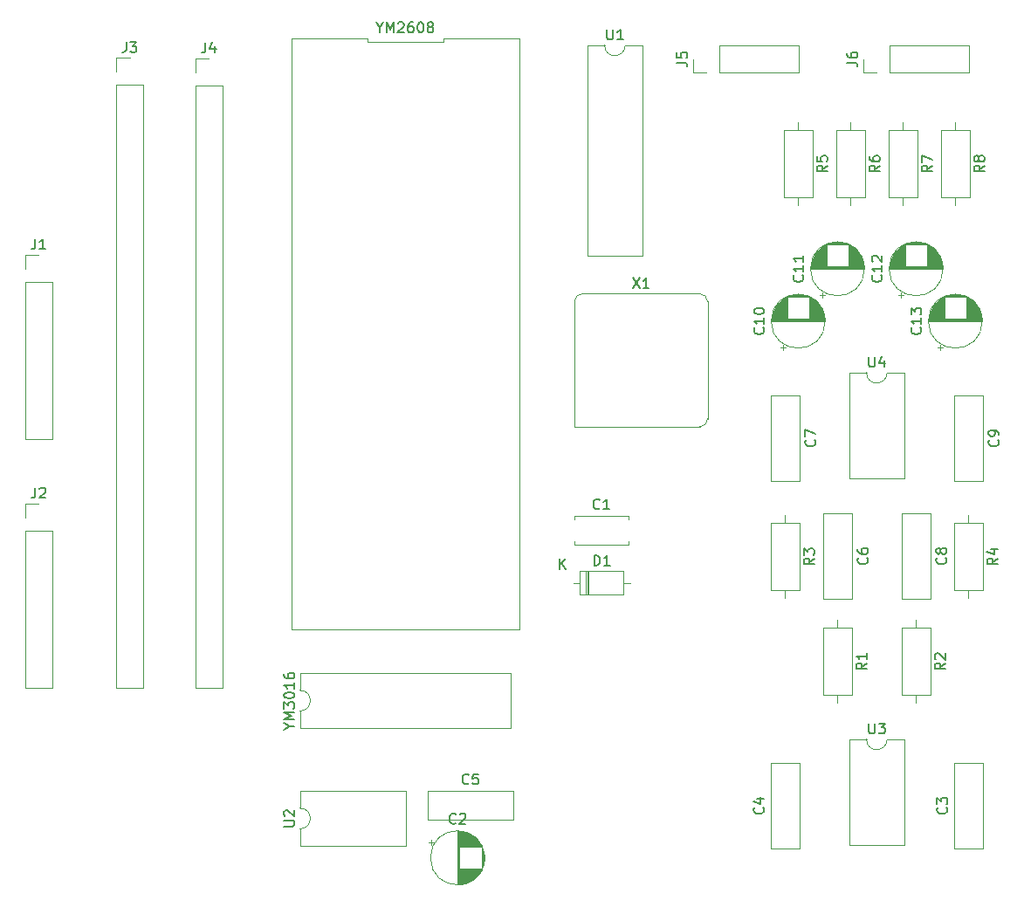
<source format=gbr>
%TF.GenerationSoftware,KiCad,Pcbnew,(5.1.6)-1*%
%TF.CreationDate,2020-10-04T22:05:10+02:00*%
%TF.ProjectId,Nes Sound Expansion,4e657320-536f-4756-9e64-20457870616e,rev?*%
%TF.SameCoordinates,Original*%
%TF.FileFunction,Legend,Top*%
%TF.FilePolarity,Positive*%
%FSLAX46Y46*%
G04 Gerber Fmt 4.6, Leading zero omitted, Abs format (unit mm)*
G04 Created by KiCad (PCBNEW (5.1.6)-1) date 2020-10-04 22:05:10*
%MOMM*%
%LPD*%
G01*
G04 APERTURE LIST*
%ADD10C,0.120000*%
%ADD11C,0.150000*%
G04 APERTURE END LIST*
D10*
%TO.C,C10*%
X177345000Y-69884775D02*
X177845000Y-69884775D01*
X177595000Y-70134775D02*
X177595000Y-69634775D01*
X178786000Y-64729000D02*
X179354000Y-64729000D01*
X178552000Y-64769000D02*
X179588000Y-64769000D01*
X178393000Y-64809000D02*
X179747000Y-64809000D01*
X178265000Y-64849000D02*
X179875000Y-64849000D01*
X178155000Y-64889000D02*
X179985000Y-64889000D01*
X178059000Y-64929000D02*
X180081000Y-64929000D01*
X177972000Y-64969000D02*
X180168000Y-64969000D01*
X177892000Y-65009000D02*
X180248000Y-65009000D01*
X180110000Y-65049000D02*
X180321000Y-65049000D01*
X177819000Y-65049000D02*
X178030000Y-65049000D01*
X180110000Y-65089000D02*
X180389000Y-65089000D01*
X177751000Y-65089000D02*
X178030000Y-65089000D01*
X180110000Y-65129000D02*
X180453000Y-65129000D01*
X177687000Y-65129000D02*
X178030000Y-65129000D01*
X180110000Y-65169000D02*
X180513000Y-65169000D01*
X177627000Y-65169000D02*
X178030000Y-65169000D01*
X180110000Y-65209000D02*
X180570000Y-65209000D01*
X177570000Y-65209000D02*
X178030000Y-65209000D01*
X180110000Y-65249000D02*
X180624000Y-65249000D01*
X177516000Y-65249000D02*
X178030000Y-65249000D01*
X180110000Y-65289000D02*
X180675000Y-65289000D01*
X177465000Y-65289000D02*
X178030000Y-65289000D01*
X180110000Y-65329000D02*
X180723000Y-65329000D01*
X177417000Y-65329000D02*
X178030000Y-65329000D01*
X180110000Y-65369000D02*
X180769000Y-65369000D01*
X177371000Y-65369000D02*
X178030000Y-65369000D01*
X180110000Y-65409000D02*
X180813000Y-65409000D01*
X177327000Y-65409000D02*
X178030000Y-65409000D01*
X180110000Y-65449000D02*
X180855000Y-65449000D01*
X177285000Y-65449000D02*
X178030000Y-65449000D01*
X180110000Y-65489000D02*
X180896000Y-65489000D01*
X177244000Y-65489000D02*
X178030000Y-65489000D01*
X180110000Y-65529000D02*
X180934000Y-65529000D01*
X177206000Y-65529000D02*
X178030000Y-65529000D01*
X180110000Y-65569000D02*
X180971000Y-65569000D01*
X177169000Y-65569000D02*
X178030000Y-65569000D01*
X180110000Y-65609000D02*
X181007000Y-65609000D01*
X177133000Y-65609000D02*
X178030000Y-65609000D01*
X180110000Y-65649000D02*
X181041000Y-65649000D01*
X177099000Y-65649000D02*
X178030000Y-65649000D01*
X180110000Y-65689000D02*
X181074000Y-65689000D01*
X177066000Y-65689000D02*
X178030000Y-65689000D01*
X180110000Y-65729000D02*
X181105000Y-65729000D01*
X177035000Y-65729000D02*
X178030000Y-65729000D01*
X180110000Y-65769000D02*
X181135000Y-65769000D01*
X177005000Y-65769000D02*
X178030000Y-65769000D01*
X180110000Y-65809000D02*
X181165000Y-65809000D01*
X176975000Y-65809000D02*
X178030000Y-65809000D01*
X180110000Y-65849000D02*
X181192000Y-65849000D01*
X176948000Y-65849000D02*
X178030000Y-65849000D01*
X180110000Y-65889000D02*
X181219000Y-65889000D01*
X176921000Y-65889000D02*
X178030000Y-65889000D01*
X180110000Y-65929000D02*
X181245000Y-65929000D01*
X176895000Y-65929000D02*
X178030000Y-65929000D01*
X180110000Y-65969000D02*
X181270000Y-65969000D01*
X176870000Y-65969000D02*
X178030000Y-65969000D01*
X180110000Y-66009000D02*
X181294000Y-66009000D01*
X176846000Y-66009000D02*
X178030000Y-66009000D01*
X180110000Y-66049000D02*
X181317000Y-66049000D01*
X176823000Y-66049000D02*
X178030000Y-66049000D01*
X180110000Y-66089000D02*
X181338000Y-66089000D01*
X176802000Y-66089000D02*
X178030000Y-66089000D01*
X180110000Y-66129000D02*
X181360000Y-66129000D01*
X176780000Y-66129000D02*
X178030000Y-66129000D01*
X180110000Y-66169000D02*
X181380000Y-66169000D01*
X176760000Y-66169000D02*
X178030000Y-66169000D01*
X180110000Y-66209000D02*
X181399000Y-66209000D01*
X176741000Y-66209000D02*
X178030000Y-66209000D01*
X180110000Y-66249000D02*
X181418000Y-66249000D01*
X176722000Y-66249000D02*
X178030000Y-66249000D01*
X180110000Y-66289000D02*
X181435000Y-66289000D01*
X176705000Y-66289000D02*
X178030000Y-66289000D01*
X180110000Y-66329000D02*
X181452000Y-66329000D01*
X176688000Y-66329000D02*
X178030000Y-66329000D01*
X180110000Y-66369000D02*
X181468000Y-66369000D01*
X176672000Y-66369000D02*
X178030000Y-66369000D01*
X180110000Y-66409000D02*
X181484000Y-66409000D01*
X176656000Y-66409000D02*
X178030000Y-66409000D01*
X180110000Y-66449000D02*
X181498000Y-66449000D01*
X176642000Y-66449000D02*
X178030000Y-66449000D01*
X180110000Y-66489000D02*
X181512000Y-66489000D01*
X176628000Y-66489000D02*
X178030000Y-66489000D01*
X180110000Y-66529000D02*
X181525000Y-66529000D01*
X176615000Y-66529000D02*
X178030000Y-66529000D01*
X180110000Y-66569000D02*
X181538000Y-66569000D01*
X176602000Y-66569000D02*
X178030000Y-66569000D01*
X180110000Y-66609000D02*
X181550000Y-66609000D01*
X176590000Y-66609000D02*
X178030000Y-66609000D01*
X180110000Y-66650000D02*
X181561000Y-66650000D01*
X176579000Y-66650000D02*
X178030000Y-66650000D01*
X180110000Y-66690000D02*
X181571000Y-66690000D01*
X176569000Y-66690000D02*
X178030000Y-66690000D01*
X180110000Y-66730000D02*
X181581000Y-66730000D01*
X176559000Y-66730000D02*
X178030000Y-66730000D01*
X180110000Y-66770000D02*
X181590000Y-66770000D01*
X176550000Y-66770000D02*
X178030000Y-66770000D01*
X180110000Y-66810000D02*
X181598000Y-66810000D01*
X176542000Y-66810000D02*
X178030000Y-66810000D01*
X180110000Y-66850000D02*
X181606000Y-66850000D01*
X176534000Y-66850000D02*
X178030000Y-66850000D01*
X180110000Y-66890000D02*
X181613000Y-66890000D01*
X176527000Y-66890000D02*
X178030000Y-66890000D01*
X180110000Y-66930000D02*
X181620000Y-66930000D01*
X176520000Y-66930000D02*
X178030000Y-66930000D01*
X180110000Y-66970000D02*
X181626000Y-66970000D01*
X176514000Y-66970000D02*
X178030000Y-66970000D01*
X180110000Y-67010000D02*
X181631000Y-67010000D01*
X176509000Y-67010000D02*
X178030000Y-67010000D01*
X180110000Y-67050000D02*
X181635000Y-67050000D01*
X176505000Y-67050000D02*
X178030000Y-67050000D01*
X180110000Y-67090000D02*
X181639000Y-67090000D01*
X176501000Y-67090000D02*
X178030000Y-67090000D01*
X176497000Y-67130000D02*
X181643000Y-67130000D01*
X176494000Y-67170000D02*
X181646000Y-67170000D01*
X176492000Y-67210000D02*
X181648000Y-67210000D01*
X176491000Y-67250000D02*
X181649000Y-67250000D01*
X176490000Y-67290000D02*
X181650000Y-67290000D01*
X176490000Y-67330000D02*
X181650000Y-67330000D01*
X181690000Y-67330000D02*
G75*
G03*
X181690000Y-67330000I-2620000J0D01*
G01*
%TO.C,C13*%
X192585000Y-69884775D02*
X193085000Y-69884775D01*
X192835000Y-70134775D02*
X192835000Y-69634775D01*
X194026000Y-64729000D02*
X194594000Y-64729000D01*
X193792000Y-64769000D02*
X194828000Y-64769000D01*
X193633000Y-64809000D02*
X194987000Y-64809000D01*
X193505000Y-64849000D02*
X195115000Y-64849000D01*
X193395000Y-64889000D02*
X195225000Y-64889000D01*
X193299000Y-64929000D02*
X195321000Y-64929000D01*
X193212000Y-64969000D02*
X195408000Y-64969000D01*
X193132000Y-65009000D02*
X195488000Y-65009000D01*
X195350000Y-65049000D02*
X195561000Y-65049000D01*
X193059000Y-65049000D02*
X193270000Y-65049000D01*
X195350000Y-65089000D02*
X195629000Y-65089000D01*
X192991000Y-65089000D02*
X193270000Y-65089000D01*
X195350000Y-65129000D02*
X195693000Y-65129000D01*
X192927000Y-65129000D02*
X193270000Y-65129000D01*
X195350000Y-65169000D02*
X195753000Y-65169000D01*
X192867000Y-65169000D02*
X193270000Y-65169000D01*
X195350000Y-65209000D02*
X195810000Y-65209000D01*
X192810000Y-65209000D02*
X193270000Y-65209000D01*
X195350000Y-65249000D02*
X195864000Y-65249000D01*
X192756000Y-65249000D02*
X193270000Y-65249000D01*
X195350000Y-65289000D02*
X195915000Y-65289000D01*
X192705000Y-65289000D02*
X193270000Y-65289000D01*
X195350000Y-65329000D02*
X195963000Y-65329000D01*
X192657000Y-65329000D02*
X193270000Y-65329000D01*
X195350000Y-65369000D02*
X196009000Y-65369000D01*
X192611000Y-65369000D02*
X193270000Y-65369000D01*
X195350000Y-65409000D02*
X196053000Y-65409000D01*
X192567000Y-65409000D02*
X193270000Y-65409000D01*
X195350000Y-65449000D02*
X196095000Y-65449000D01*
X192525000Y-65449000D02*
X193270000Y-65449000D01*
X195350000Y-65489000D02*
X196136000Y-65489000D01*
X192484000Y-65489000D02*
X193270000Y-65489000D01*
X195350000Y-65529000D02*
X196174000Y-65529000D01*
X192446000Y-65529000D02*
X193270000Y-65529000D01*
X195350000Y-65569000D02*
X196211000Y-65569000D01*
X192409000Y-65569000D02*
X193270000Y-65569000D01*
X195350000Y-65609000D02*
X196247000Y-65609000D01*
X192373000Y-65609000D02*
X193270000Y-65609000D01*
X195350000Y-65649000D02*
X196281000Y-65649000D01*
X192339000Y-65649000D02*
X193270000Y-65649000D01*
X195350000Y-65689000D02*
X196314000Y-65689000D01*
X192306000Y-65689000D02*
X193270000Y-65689000D01*
X195350000Y-65729000D02*
X196345000Y-65729000D01*
X192275000Y-65729000D02*
X193270000Y-65729000D01*
X195350000Y-65769000D02*
X196375000Y-65769000D01*
X192245000Y-65769000D02*
X193270000Y-65769000D01*
X195350000Y-65809000D02*
X196405000Y-65809000D01*
X192215000Y-65809000D02*
X193270000Y-65809000D01*
X195350000Y-65849000D02*
X196432000Y-65849000D01*
X192188000Y-65849000D02*
X193270000Y-65849000D01*
X195350000Y-65889000D02*
X196459000Y-65889000D01*
X192161000Y-65889000D02*
X193270000Y-65889000D01*
X195350000Y-65929000D02*
X196485000Y-65929000D01*
X192135000Y-65929000D02*
X193270000Y-65929000D01*
X195350000Y-65969000D02*
X196510000Y-65969000D01*
X192110000Y-65969000D02*
X193270000Y-65969000D01*
X195350000Y-66009000D02*
X196534000Y-66009000D01*
X192086000Y-66009000D02*
X193270000Y-66009000D01*
X195350000Y-66049000D02*
X196557000Y-66049000D01*
X192063000Y-66049000D02*
X193270000Y-66049000D01*
X195350000Y-66089000D02*
X196578000Y-66089000D01*
X192042000Y-66089000D02*
X193270000Y-66089000D01*
X195350000Y-66129000D02*
X196600000Y-66129000D01*
X192020000Y-66129000D02*
X193270000Y-66129000D01*
X195350000Y-66169000D02*
X196620000Y-66169000D01*
X192000000Y-66169000D02*
X193270000Y-66169000D01*
X195350000Y-66209000D02*
X196639000Y-66209000D01*
X191981000Y-66209000D02*
X193270000Y-66209000D01*
X195350000Y-66249000D02*
X196658000Y-66249000D01*
X191962000Y-66249000D02*
X193270000Y-66249000D01*
X195350000Y-66289000D02*
X196675000Y-66289000D01*
X191945000Y-66289000D02*
X193270000Y-66289000D01*
X195350000Y-66329000D02*
X196692000Y-66329000D01*
X191928000Y-66329000D02*
X193270000Y-66329000D01*
X195350000Y-66369000D02*
X196708000Y-66369000D01*
X191912000Y-66369000D02*
X193270000Y-66369000D01*
X195350000Y-66409000D02*
X196724000Y-66409000D01*
X191896000Y-66409000D02*
X193270000Y-66409000D01*
X195350000Y-66449000D02*
X196738000Y-66449000D01*
X191882000Y-66449000D02*
X193270000Y-66449000D01*
X195350000Y-66489000D02*
X196752000Y-66489000D01*
X191868000Y-66489000D02*
X193270000Y-66489000D01*
X195350000Y-66529000D02*
X196765000Y-66529000D01*
X191855000Y-66529000D02*
X193270000Y-66529000D01*
X195350000Y-66569000D02*
X196778000Y-66569000D01*
X191842000Y-66569000D02*
X193270000Y-66569000D01*
X195350000Y-66609000D02*
X196790000Y-66609000D01*
X191830000Y-66609000D02*
X193270000Y-66609000D01*
X195350000Y-66650000D02*
X196801000Y-66650000D01*
X191819000Y-66650000D02*
X193270000Y-66650000D01*
X195350000Y-66690000D02*
X196811000Y-66690000D01*
X191809000Y-66690000D02*
X193270000Y-66690000D01*
X195350000Y-66730000D02*
X196821000Y-66730000D01*
X191799000Y-66730000D02*
X193270000Y-66730000D01*
X195350000Y-66770000D02*
X196830000Y-66770000D01*
X191790000Y-66770000D02*
X193270000Y-66770000D01*
X195350000Y-66810000D02*
X196838000Y-66810000D01*
X191782000Y-66810000D02*
X193270000Y-66810000D01*
X195350000Y-66850000D02*
X196846000Y-66850000D01*
X191774000Y-66850000D02*
X193270000Y-66850000D01*
X195350000Y-66890000D02*
X196853000Y-66890000D01*
X191767000Y-66890000D02*
X193270000Y-66890000D01*
X195350000Y-66930000D02*
X196860000Y-66930000D01*
X191760000Y-66930000D02*
X193270000Y-66930000D01*
X195350000Y-66970000D02*
X196866000Y-66970000D01*
X191754000Y-66970000D02*
X193270000Y-66970000D01*
X195350000Y-67010000D02*
X196871000Y-67010000D01*
X191749000Y-67010000D02*
X193270000Y-67010000D01*
X195350000Y-67050000D02*
X196875000Y-67050000D01*
X191745000Y-67050000D02*
X193270000Y-67050000D01*
X195350000Y-67090000D02*
X196879000Y-67090000D01*
X191741000Y-67090000D02*
X193270000Y-67090000D01*
X191737000Y-67130000D02*
X196883000Y-67130000D01*
X191734000Y-67170000D02*
X196886000Y-67170000D01*
X191732000Y-67210000D02*
X196888000Y-67210000D01*
X191731000Y-67250000D02*
X196889000Y-67250000D01*
X191730000Y-67290000D02*
X196890000Y-67290000D01*
X191730000Y-67330000D02*
X196890000Y-67330000D01*
X196930000Y-67330000D02*
G75*
G03*
X196930000Y-67330000I-2620000J0D01*
G01*
%TO.C,C12*%
X188775000Y-64804775D02*
X189275000Y-64804775D01*
X189025000Y-65054775D02*
X189025000Y-64554775D01*
X190216000Y-59649000D02*
X190784000Y-59649000D01*
X189982000Y-59689000D02*
X191018000Y-59689000D01*
X189823000Y-59729000D02*
X191177000Y-59729000D01*
X189695000Y-59769000D02*
X191305000Y-59769000D01*
X189585000Y-59809000D02*
X191415000Y-59809000D01*
X189489000Y-59849000D02*
X191511000Y-59849000D01*
X189402000Y-59889000D02*
X191598000Y-59889000D01*
X189322000Y-59929000D02*
X191678000Y-59929000D01*
X191540000Y-59969000D02*
X191751000Y-59969000D01*
X189249000Y-59969000D02*
X189460000Y-59969000D01*
X191540000Y-60009000D02*
X191819000Y-60009000D01*
X189181000Y-60009000D02*
X189460000Y-60009000D01*
X191540000Y-60049000D02*
X191883000Y-60049000D01*
X189117000Y-60049000D02*
X189460000Y-60049000D01*
X191540000Y-60089000D02*
X191943000Y-60089000D01*
X189057000Y-60089000D02*
X189460000Y-60089000D01*
X191540000Y-60129000D02*
X192000000Y-60129000D01*
X189000000Y-60129000D02*
X189460000Y-60129000D01*
X191540000Y-60169000D02*
X192054000Y-60169000D01*
X188946000Y-60169000D02*
X189460000Y-60169000D01*
X191540000Y-60209000D02*
X192105000Y-60209000D01*
X188895000Y-60209000D02*
X189460000Y-60209000D01*
X191540000Y-60249000D02*
X192153000Y-60249000D01*
X188847000Y-60249000D02*
X189460000Y-60249000D01*
X191540000Y-60289000D02*
X192199000Y-60289000D01*
X188801000Y-60289000D02*
X189460000Y-60289000D01*
X191540000Y-60329000D02*
X192243000Y-60329000D01*
X188757000Y-60329000D02*
X189460000Y-60329000D01*
X191540000Y-60369000D02*
X192285000Y-60369000D01*
X188715000Y-60369000D02*
X189460000Y-60369000D01*
X191540000Y-60409000D02*
X192326000Y-60409000D01*
X188674000Y-60409000D02*
X189460000Y-60409000D01*
X191540000Y-60449000D02*
X192364000Y-60449000D01*
X188636000Y-60449000D02*
X189460000Y-60449000D01*
X191540000Y-60489000D02*
X192401000Y-60489000D01*
X188599000Y-60489000D02*
X189460000Y-60489000D01*
X191540000Y-60529000D02*
X192437000Y-60529000D01*
X188563000Y-60529000D02*
X189460000Y-60529000D01*
X191540000Y-60569000D02*
X192471000Y-60569000D01*
X188529000Y-60569000D02*
X189460000Y-60569000D01*
X191540000Y-60609000D02*
X192504000Y-60609000D01*
X188496000Y-60609000D02*
X189460000Y-60609000D01*
X191540000Y-60649000D02*
X192535000Y-60649000D01*
X188465000Y-60649000D02*
X189460000Y-60649000D01*
X191540000Y-60689000D02*
X192565000Y-60689000D01*
X188435000Y-60689000D02*
X189460000Y-60689000D01*
X191540000Y-60729000D02*
X192595000Y-60729000D01*
X188405000Y-60729000D02*
X189460000Y-60729000D01*
X191540000Y-60769000D02*
X192622000Y-60769000D01*
X188378000Y-60769000D02*
X189460000Y-60769000D01*
X191540000Y-60809000D02*
X192649000Y-60809000D01*
X188351000Y-60809000D02*
X189460000Y-60809000D01*
X191540000Y-60849000D02*
X192675000Y-60849000D01*
X188325000Y-60849000D02*
X189460000Y-60849000D01*
X191540000Y-60889000D02*
X192700000Y-60889000D01*
X188300000Y-60889000D02*
X189460000Y-60889000D01*
X191540000Y-60929000D02*
X192724000Y-60929000D01*
X188276000Y-60929000D02*
X189460000Y-60929000D01*
X191540000Y-60969000D02*
X192747000Y-60969000D01*
X188253000Y-60969000D02*
X189460000Y-60969000D01*
X191540000Y-61009000D02*
X192768000Y-61009000D01*
X188232000Y-61009000D02*
X189460000Y-61009000D01*
X191540000Y-61049000D02*
X192790000Y-61049000D01*
X188210000Y-61049000D02*
X189460000Y-61049000D01*
X191540000Y-61089000D02*
X192810000Y-61089000D01*
X188190000Y-61089000D02*
X189460000Y-61089000D01*
X191540000Y-61129000D02*
X192829000Y-61129000D01*
X188171000Y-61129000D02*
X189460000Y-61129000D01*
X191540000Y-61169000D02*
X192848000Y-61169000D01*
X188152000Y-61169000D02*
X189460000Y-61169000D01*
X191540000Y-61209000D02*
X192865000Y-61209000D01*
X188135000Y-61209000D02*
X189460000Y-61209000D01*
X191540000Y-61249000D02*
X192882000Y-61249000D01*
X188118000Y-61249000D02*
X189460000Y-61249000D01*
X191540000Y-61289000D02*
X192898000Y-61289000D01*
X188102000Y-61289000D02*
X189460000Y-61289000D01*
X191540000Y-61329000D02*
X192914000Y-61329000D01*
X188086000Y-61329000D02*
X189460000Y-61329000D01*
X191540000Y-61369000D02*
X192928000Y-61369000D01*
X188072000Y-61369000D02*
X189460000Y-61369000D01*
X191540000Y-61409000D02*
X192942000Y-61409000D01*
X188058000Y-61409000D02*
X189460000Y-61409000D01*
X191540000Y-61449000D02*
X192955000Y-61449000D01*
X188045000Y-61449000D02*
X189460000Y-61449000D01*
X191540000Y-61489000D02*
X192968000Y-61489000D01*
X188032000Y-61489000D02*
X189460000Y-61489000D01*
X191540000Y-61529000D02*
X192980000Y-61529000D01*
X188020000Y-61529000D02*
X189460000Y-61529000D01*
X191540000Y-61570000D02*
X192991000Y-61570000D01*
X188009000Y-61570000D02*
X189460000Y-61570000D01*
X191540000Y-61610000D02*
X193001000Y-61610000D01*
X187999000Y-61610000D02*
X189460000Y-61610000D01*
X191540000Y-61650000D02*
X193011000Y-61650000D01*
X187989000Y-61650000D02*
X189460000Y-61650000D01*
X191540000Y-61690000D02*
X193020000Y-61690000D01*
X187980000Y-61690000D02*
X189460000Y-61690000D01*
X191540000Y-61730000D02*
X193028000Y-61730000D01*
X187972000Y-61730000D02*
X189460000Y-61730000D01*
X191540000Y-61770000D02*
X193036000Y-61770000D01*
X187964000Y-61770000D02*
X189460000Y-61770000D01*
X191540000Y-61810000D02*
X193043000Y-61810000D01*
X187957000Y-61810000D02*
X189460000Y-61810000D01*
X191540000Y-61850000D02*
X193050000Y-61850000D01*
X187950000Y-61850000D02*
X189460000Y-61850000D01*
X191540000Y-61890000D02*
X193056000Y-61890000D01*
X187944000Y-61890000D02*
X189460000Y-61890000D01*
X191540000Y-61930000D02*
X193061000Y-61930000D01*
X187939000Y-61930000D02*
X189460000Y-61930000D01*
X191540000Y-61970000D02*
X193065000Y-61970000D01*
X187935000Y-61970000D02*
X189460000Y-61970000D01*
X191540000Y-62010000D02*
X193069000Y-62010000D01*
X187931000Y-62010000D02*
X189460000Y-62010000D01*
X187927000Y-62050000D02*
X193073000Y-62050000D01*
X187924000Y-62090000D02*
X193076000Y-62090000D01*
X187922000Y-62130000D02*
X193078000Y-62130000D01*
X187921000Y-62170000D02*
X193079000Y-62170000D01*
X187920000Y-62210000D02*
X193080000Y-62210000D01*
X187920000Y-62250000D02*
X193080000Y-62250000D01*
X193120000Y-62250000D02*
G75*
G03*
X193120000Y-62250000I-2620000J0D01*
G01*
%TO.C,C11*%
X181155000Y-64804775D02*
X181655000Y-64804775D01*
X181405000Y-65054775D02*
X181405000Y-64554775D01*
X182596000Y-59649000D02*
X183164000Y-59649000D01*
X182362000Y-59689000D02*
X183398000Y-59689000D01*
X182203000Y-59729000D02*
X183557000Y-59729000D01*
X182075000Y-59769000D02*
X183685000Y-59769000D01*
X181965000Y-59809000D02*
X183795000Y-59809000D01*
X181869000Y-59849000D02*
X183891000Y-59849000D01*
X181782000Y-59889000D02*
X183978000Y-59889000D01*
X181702000Y-59929000D02*
X184058000Y-59929000D01*
X183920000Y-59969000D02*
X184131000Y-59969000D01*
X181629000Y-59969000D02*
X181840000Y-59969000D01*
X183920000Y-60009000D02*
X184199000Y-60009000D01*
X181561000Y-60009000D02*
X181840000Y-60009000D01*
X183920000Y-60049000D02*
X184263000Y-60049000D01*
X181497000Y-60049000D02*
X181840000Y-60049000D01*
X183920000Y-60089000D02*
X184323000Y-60089000D01*
X181437000Y-60089000D02*
X181840000Y-60089000D01*
X183920000Y-60129000D02*
X184380000Y-60129000D01*
X181380000Y-60129000D02*
X181840000Y-60129000D01*
X183920000Y-60169000D02*
X184434000Y-60169000D01*
X181326000Y-60169000D02*
X181840000Y-60169000D01*
X183920000Y-60209000D02*
X184485000Y-60209000D01*
X181275000Y-60209000D02*
X181840000Y-60209000D01*
X183920000Y-60249000D02*
X184533000Y-60249000D01*
X181227000Y-60249000D02*
X181840000Y-60249000D01*
X183920000Y-60289000D02*
X184579000Y-60289000D01*
X181181000Y-60289000D02*
X181840000Y-60289000D01*
X183920000Y-60329000D02*
X184623000Y-60329000D01*
X181137000Y-60329000D02*
X181840000Y-60329000D01*
X183920000Y-60369000D02*
X184665000Y-60369000D01*
X181095000Y-60369000D02*
X181840000Y-60369000D01*
X183920000Y-60409000D02*
X184706000Y-60409000D01*
X181054000Y-60409000D02*
X181840000Y-60409000D01*
X183920000Y-60449000D02*
X184744000Y-60449000D01*
X181016000Y-60449000D02*
X181840000Y-60449000D01*
X183920000Y-60489000D02*
X184781000Y-60489000D01*
X180979000Y-60489000D02*
X181840000Y-60489000D01*
X183920000Y-60529000D02*
X184817000Y-60529000D01*
X180943000Y-60529000D02*
X181840000Y-60529000D01*
X183920000Y-60569000D02*
X184851000Y-60569000D01*
X180909000Y-60569000D02*
X181840000Y-60569000D01*
X183920000Y-60609000D02*
X184884000Y-60609000D01*
X180876000Y-60609000D02*
X181840000Y-60609000D01*
X183920000Y-60649000D02*
X184915000Y-60649000D01*
X180845000Y-60649000D02*
X181840000Y-60649000D01*
X183920000Y-60689000D02*
X184945000Y-60689000D01*
X180815000Y-60689000D02*
X181840000Y-60689000D01*
X183920000Y-60729000D02*
X184975000Y-60729000D01*
X180785000Y-60729000D02*
X181840000Y-60729000D01*
X183920000Y-60769000D02*
X185002000Y-60769000D01*
X180758000Y-60769000D02*
X181840000Y-60769000D01*
X183920000Y-60809000D02*
X185029000Y-60809000D01*
X180731000Y-60809000D02*
X181840000Y-60809000D01*
X183920000Y-60849000D02*
X185055000Y-60849000D01*
X180705000Y-60849000D02*
X181840000Y-60849000D01*
X183920000Y-60889000D02*
X185080000Y-60889000D01*
X180680000Y-60889000D02*
X181840000Y-60889000D01*
X183920000Y-60929000D02*
X185104000Y-60929000D01*
X180656000Y-60929000D02*
X181840000Y-60929000D01*
X183920000Y-60969000D02*
X185127000Y-60969000D01*
X180633000Y-60969000D02*
X181840000Y-60969000D01*
X183920000Y-61009000D02*
X185148000Y-61009000D01*
X180612000Y-61009000D02*
X181840000Y-61009000D01*
X183920000Y-61049000D02*
X185170000Y-61049000D01*
X180590000Y-61049000D02*
X181840000Y-61049000D01*
X183920000Y-61089000D02*
X185190000Y-61089000D01*
X180570000Y-61089000D02*
X181840000Y-61089000D01*
X183920000Y-61129000D02*
X185209000Y-61129000D01*
X180551000Y-61129000D02*
X181840000Y-61129000D01*
X183920000Y-61169000D02*
X185228000Y-61169000D01*
X180532000Y-61169000D02*
X181840000Y-61169000D01*
X183920000Y-61209000D02*
X185245000Y-61209000D01*
X180515000Y-61209000D02*
X181840000Y-61209000D01*
X183920000Y-61249000D02*
X185262000Y-61249000D01*
X180498000Y-61249000D02*
X181840000Y-61249000D01*
X183920000Y-61289000D02*
X185278000Y-61289000D01*
X180482000Y-61289000D02*
X181840000Y-61289000D01*
X183920000Y-61329000D02*
X185294000Y-61329000D01*
X180466000Y-61329000D02*
X181840000Y-61329000D01*
X183920000Y-61369000D02*
X185308000Y-61369000D01*
X180452000Y-61369000D02*
X181840000Y-61369000D01*
X183920000Y-61409000D02*
X185322000Y-61409000D01*
X180438000Y-61409000D02*
X181840000Y-61409000D01*
X183920000Y-61449000D02*
X185335000Y-61449000D01*
X180425000Y-61449000D02*
X181840000Y-61449000D01*
X183920000Y-61489000D02*
X185348000Y-61489000D01*
X180412000Y-61489000D02*
X181840000Y-61489000D01*
X183920000Y-61529000D02*
X185360000Y-61529000D01*
X180400000Y-61529000D02*
X181840000Y-61529000D01*
X183920000Y-61570000D02*
X185371000Y-61570000D01*
X180389000Y-61570000D02*
X181840000Y-61570000D01*
X183920000Y-61610000D02*
X185381000Y-61610000D01*
X180379000Y-61610000D02*
X181840000Y-61610000D01*
X183920000Y-61650000D02*
X185391000Y-61650000D01*
X180369000Y-61650000D02*
X181840000Y-61650000D01*
X183920000Y-61690000D02*
X185400000Y-61690000D01*
X180360000Y-61690000D02*
X181840000Y-61690000D01*
X183920000Y-61730000D02*
X185408000Y-61730000D01*
X180352000Y-61730000D02*
X181840000Y-61730000D01*
X183920000Y-61770000D02*
X185416000Y-61770000D01*
X180344000Y-61770000D02*
X181840000Y-61770000D01*
X183920000Y-61810000D02*
X185423000Y-61810000D01*
X180337000Y-61810000D02*
X181840000Y-61810000D01*
X183920000Y-61850000D02*
X185430000Y-61850000D01*
X180330000Y-61850000D02*
X181840000Y-61850000D01*
X183920000Y-61890000D02*
X185436000Y-61890000D01*
X180324000Y-61890000D02*
X181840000Y-61890000D01*
X183920000Y-61930000D02*
X185441000Y-61930000D01*
X180319000Y-61930000D02*
X181840000Y-61930000D01*
X183920000Y-61970000D02*
X185445000Y-61970000D01*
X180315000Y-61970000D02*
X181840000Y-61970000D01*
X183920000Y-62010000D02*
X185449000Y-62010000D01*
X180311000Y-62010000D02*
X181840000Y-62010000D01*
X180307000Y-62050000D02*
X185453000Y-62050000D01*
X180304000Y-62090000D02*
X185456000Y-62090000D01*
X180302000Y-62130000D02*
X185458000Y-62130000D01*
X180301000Y-62170000D02*
X185459000Y-62170000D01*
X180300000Y-62210000D02*
X185460000Y-62210000D01*
X180300000Y-62250000D02*
X185460000Y-62250000D01*
X185500000Y-62250000D02*
G75*
G03*
X185500000Y-62250000I-2620000J0D01*
G01*
%TO.C,C2*%
X143475225Y-117655000D02*
X143475225Y-118155000D01*
X143225225Y-117905000D02*
X143725225Y-117905000D01*
X148631000Y-119096000D02*
X148631000Y-119664000D01*
X148591000Y-118862000D02*
X148591000Y-119898000D01*
X148551000Y-118703000D02*
X148551000Y-120057000D01*
X148511000Y-118575000D02*
X148511000Y-120185000D01*
X148471000Y-118465000D02*
X148471000Y-120295000D01*
X148431000Y-118369000D02*
X148431000Y-120391000D01*
X148391000Y-118282000D02*
X148391000Y-120478000D01*
X148351000Y-118202000D02*
X148351000Y-120558000D01*
X148311000Y-120420000D02*
X148311000Y-120631000D01*
X148311000Y-118129000D02*
X148311000Y-118340000D01*
X148271000Y-120420000D02*
X148271000Y-120699000D01*
X148271000Y-118061000D02*
X148271000Y-118340000D01*
X148231000Y-120420000D02*
X148231000Y-120763000D01*
X148231000Y-117997000D02*
X148231000Y-118340000D01*
X148191000Y-120420000D02*
X148191000Y-120823000D01*
X148191000Y-117937000D02*
X148191000Y-118340000D01*
X148151000Y-120420000D02*
X148151000Y-120880000D01*
X148151000Y-117880000D02*
X148151000Y-118340000D01*
X148111000Y-120420000D02*
X148111000Y-120934000D01*
X148111000Y-117826000D02*
X148111000Y-118340000D01*
X148071000Y-120420000D02*
X148071000Y-120985000D01*
X148071000Y-117775000D02*
X148071000Y-118340000D01*
X148031000Y-120420000D02*
X148031000Y-121033000D01*
X148031000Y-117727000D02*
X148031000Y-118340000D01*
X147991000Y-120420000D02*
X147991000Y-121079000D01*
X147991000Y-117681000D02*
X147991000Y-118340000D01*
X147951000Y-120420000D02*
X147951000Y-121123000D01*
X147951000Y-117637000D02*
X147951000Y-118340000D01*
X147911000Y-120420000D02*
X147911000Y-121165000D01*
X147911000Y-117595000D02*
X147911000Y-118340000D01*
X147871000Y-120420000D02*
X147871000Y-121206000D01*
X147871000Y-117554000D02*
X147871000Y-118340000D01*
X147831000Y-120420000D02*
X147831000Y-121244000D01*
X147831000Y-117516000D02*
X147831000Y-118340000D01*
X147791000Y-120420000D02*
X147791000Y-121281000D01*
X147791000Y-117479000D02*
X147791000Y-118340000D01*
X147751000Y-120420000D02*
X147751000Y-121317000D01*
X147751000Y-117443000D02*
X147751000Y-118340000D01*
X147711000Y-120420000D02*
X147711000Y-121351000D01*
X147711000Y-117409000D02*
X147711000Y-118340000D01*
X147671000Y-120420000D02*
X147671000Y-121384000D01*
X147671000Y-117376000D02*
X147671000Y-118340000D01*
X147631000Y-120420000D02*
X147631000Y-121415000D01*
X147631000Y-117345000D02*
X147631000Y-118340000D01*
X147591000Y-120420000D02*
X147591000Y-121445000D01*
X147591000Y-117315000D02*
X147591000Y-118340000D01*
X147551000Y-120420000D02*
X147551000Y-121475000D01*
X147551000Y-117285000D02*
X147551000Y-118340000D01*
X147511000Y-120420000D02*
X147511000Y-121502000D01*
X147511000Y-117258000D02*
X147511000Y-118340000D01*
X147471000Y-120420000D02*
X147471000Y-121529000D01*
X147471000Y-117231000D02*
X147471000Y-118340000D01*
X147431000Y-120420000D02*
X147431000Y-121555000D01*
X147431000Y-117205000D02*
X147431000Y-118340000D01*
X147391000Y-120420000D02*
X147391000Y-121580000D01*
X147391000Y-117180000D02*
X147391000Y-118340000D01*
X147351000Y-120420000D02*
X147351000Y-121604000D01*
X147351000Y-117156000D02*
X147351000Y-118340000D01*
X147311000Y-120420000D02*
X147311000Y-121627000D01*
X147311000Y-117133000D02*
X147311000Y-118340000D01*
X147271000Y-120420000D02*
X147271000Y-121648000D01*
X147271000Y-117112000D02*
X147271000Y-118340000D01*
X147231000Y-120420000D02*
X147231000Y-121670000D01*
X147231000Y-117090000D02*
X147231000Y-118340000D01*
X147191000Y-120420000D02*
X147191000Y-121690000D01*
X147191000Y-117070000D02*
X147191000Y-118340000D01*
X147151000Y-120420000D02*
X147151000Y-121709000D01*
X147151000Y-117051000D02*
X147151000Y-118340000D01*
X147111000Y-120420000D02*
X147111000Y-121728000D01*
X147111000Y-117032000D02*
X147111000Y-118340000D01*
X147071000Y-120420000D02*
X147071000Y-121745000D01*
X147071000Y-117015000D02*
X147071000Y-118340000D01*
X147031000Y-120420000D02*
X147031000Y-121762000D01*
X147031000Y-116998000D02*
X147031000Y-118340000D01*
X146991000Y-120420000D02*
X146991000Y-121778000D01*
X146991000Y-116982000D02*
X146991000Y-118340000D01*
X146951000Y-120420000D02*
X146951000Y-121794000D01*
X146951000Y-116966000D02*
X146951000Y-118340000D01*
X146911000Y-120420000D02*
X146911000Y-121808000D01*
X146911000Y-116952000D02*
X146911000Y-118340000D01*
X146871000Y-120420000D02*
X146871000Y-121822000D01*
X146871000Y-116938000D02*
X146871000Y-118340000D01*
X146831000Y-120420000D02*
X146831000Y-121835000D01*
X146831000Y-116925000D02*
X146831000Y-118340000D01*
X146791000Y-120420000D02*
X146791000Y-121848000D01*
X146791000Y-116912000D02*
X146791000Y-118340000D01*
X146751000Y-120420000D02*
X146751000Y-121860000D01*
X146751000Y-116900000D02*
X146751000Y-118340000D01*
X146710000Y-120420000D02*
X146710000Y-121871000D01*
X146710000Y-116889000D02*
X146710000Y-118340000D01*
X146670000Y-120420000D02*
X146670000Y-121881000D01*
X146670000Y-116879000D02*
X146670000Y-118340000D01*
X146630000Y-120420000D02*
X146630000Y-121891000D01*
X146630000Y-116869000D02*
X146630000Y-118340000D01*
X146590000Y-120420000D02*
X146590000Y-121900000D01*
X146590000Y-116860000D02*
X146590000Y-118340000D01*
X146550000Y-120420000D02*
X146550000Y-121908000D01*
X146550000Y-116852000D02*
X146550000Y-118340000D01*
X146510000Y-120420000D02*
X146510000Y-121916000D01*
X146510000Y-116844000D02*
X146510000Y-118340000D01*
X146470000Y-120420000D02*
X146470000Y-121923000D01*
X146470000Y-116837000D02*
X146470000Y-118340000D01*
X146430000Y-120420000D02*
X146430000Y-121930000D01*
X146430000Y-116830000D02*
X146430000Y-118340000D01*
X146390000Y-120420000D02*
X146390000Y-121936000D01*
X146390000Y-116824000D02*
X146390000Y-118340000D01*
X146350000Y-120420000D02*
X146350000Y-121941000D01*
X146350000Y-116819000D02*
X146350000Y-118340000D01*
X146310000Y-120420000D02*
X146310000Y-121945000D01*
X146310000Y-116815000D02*
X146310000Y-118340000D01*
X146270000Y-120420000D02*
X146270000Y-121949000D01*
X146270000Y-116811000D02*
X146270000Y-118340000D01*
X146230000Y-116807000D02*
X146230000Y-121953000D01*
X146190000Y-116804000D02*
X146190000Y-121956000D01*
X146150000Y-116802000D02*
X146150000Y-121958000D01*
X146110000Y-116801000D02*
X146110000Y-121959000D01*
X146070000Y-116800000D02*
X146070000Y-121960000D01*
X146030000Y-116800000D02*
X146030000Y-121960000D01*
X148650000Y-119380000D02*
G75*
G03*
X148650000Y-119380000I-2620000J0D01*
G01*
%TO.C,U4*%
X189340000Y-72330000D02*
X187690000Y-72330000D01*
X189340000Y-82610000D02*
X189340000Y-72330000D01*
X184040000Y-82610000D02*
X189340000Y-82610000D01*
X184040000Y-72330000D02*
X184040000Y-82610000D01*
X185690000Y-72330000D02*
X184040000Y-72330000D01*
X187690000Y-72330000D02*
G75*
G02*
X185690000Y-72330000I-1000000J0D01*
G01*
%TO.C,U3*%
X189340000Y-107890000D02*
X187690000Y-107890000D01*
X189340000Y-118170000D02*
X189340000Y-107890000D01*
X184040000Y-118170000D02*
X189340000Y-118170000D01*
X184040000Y-107890000D02*
X184040000Y-118170000D01*
X185690000Y-107890000D02*
X184040000Y-107890000D01*
X187690000Y-107890000D02*
G75*
G02*
X185690000Y-107890000I-1000000J0D01*
G01*
%TO.C,U2*%
X130750000Y-112920000D02*
X130750000Y-114570000D01*
X141030000Y-112920000D02*
X130750000Y-112920000D01*
X141030000Y-118220000D02*
X141030000Y-112920000D01*
X130750000Y-118220000D02*
X141030000Y-118220000D01*
X130750000Y-116570000D02*
X130750000Y-118220000D01*
X130750000Y-114570000D02*
G75*
G02*
X130750000Y-116570000I0J-1000000D01*
G01*
%TO.C,R8*%
X194310000Y-56110000D02*
X194310000Y-55340000D01*
X194310000Y-48030000D02*
X194310000Y-48800000D01*
X195680000Y-55340000D02*
X195680000Y-48800000D01*
X192940000Y-55340000D02*
X195680000Y-55340000D01*
X192940000Y-48800000D02*
X192940000Y-55340000D01*
X195680000Y-48800000D02*
X192940000Y-48800000D01*
%TO.C,R7*%
X189230000Y-56110000D02*
X189230000Y-55340000D01*
X189230000Y-48030000D02*
X189230000Y-48800000D01*
X190600000Y-55340000D02*
X190600000Y-48800000D01*
X187860000Y-55340000D02*
X190600000Y-55340000D01*
X187860000Y-48800000D02*
X187860000Y-55340000D01*
X190600000Y-48800000D02*
X187860000Y-48800000D01*
%TO.C,R6*%
X184150000Y-56110000D02*
X184150000Y-55340000D01*
X184150000Y-48030000D02*
X184150000Y-48800000D01*
X185520000Y-55340000D02*
X185520000Y-48800000D01*
X182780000Y-55340000D02*
X185520000Y-55340000D01*
X182780000Y-48800000D02*
X182780000Y-55340000D01*
X185520000Y-48800000D02*
X182780000Y-48800000D01*
%TO.C,R5*%
X179070000Y-56110000D02*
X179070000Y-55340000D01*
X179070000Y-48030000D02*
X179070000Y-48800000D01*
X180440000Y-55340000D02*
X180440000Y-48800000D01*
X177700000Y-55340000D02*
X180440000Y-55340000D01*
X177700000Y-48800000D02*
X177700000Y-55340000D01*
X180440000Y-48800000D02*
X177700000Y-48800000D01*
%TO.C,R4*%
X195580000Y-94210000D02*
X195580000Y-93440000D01*
X195580000Y-86130000D02*
X195580000Y-86900000D01*
X196950000Y-93440000D02*
X196950000Y-86900000D01*
X194210000Y-93440000D02*
X196950000Y-93440000D01*
X194210000Y-86900000D02*
X194210000Y-93440000D01*
X196950000Y-86900000D02*
X194210000Y-86900000D01*
%TO.C,R3*%
X177800000Y-94210000D02*
X177800000Y-93440000D01*
X177800000Y-86130000D02*
X177800000Y-86900000D01*
X179170000Y-93440000D02*
X179170000Y-86900000D01*
X176430000Y-93440000D02*
X179170000Y-93440000D01*
X176430000Y-86900000D02*
X176430000Y-93440000D01*
X179170000Y-86900000D02*
X176430000Y-86900000D01*
%TO.C,R2*%
X190500000Y-104370000D02*
X190500000Y-103600000D01*
X190500000Y-96290000D02*
X190500000Y-97060000D01*
X191870000Y-103600000D02*
X191870000Y-97060000D01*
X189130000Y-103600000D02*
X191870000Y-103600000D01*
X189130000Y-97060000D02*
X189130000Y-103600000D01*
X191870000Y-97060000D02*
X189130000Y-97060000D01*
%TO.C,R1*%
X182880000Y-104370000D02*
X182880000Y-103600000D01*
X182880000Y-96290000D02*
X182880000Y-97060000D01*
X184250000Y-103600000D02*
X184250000Y-97060000D01*
X181510000Y-103600000D02*
X184250000Y-103600000D01*
X181510000Y-97060000D02*
X181510000Y-103600000D01*
X184250000Y-97060000D02*
X181510000Y-97060000D01*
%TO.C,C9*%
X196950000Y-82820000D02*
X194210000Y-82820000D01*
X196950000Y-74580000D02*
X194210000Y-74580000D01*
X194210000Y-74580000D02*
X194210000Y-82820000D01*
X196950000Y-74580000D02*
X196950000Y-82820000D01*
%TO.C,C8*%
X191870000Y-94250000D02*
X189130000Y-94250000D01*
X191870000Y-86010000D02*
X189130000Y-86010000D01*
X189130000Y-86010000D02*
X189130000Y-94250000D01*
X191870000Y-86010000D02*
X191870000Y-94250000D01*
%TO.C,C7*%
X179170000Y-82820000D02*
X176430000Y-82820000D01*
X179170000Y-74580000D02*
X176430000Y-74580000D01*
X176430000Y-74580000D02*
X176430000Y-82820000D01*
X179170000Y-74580000D02*
X179170000Y-82820000D01*
%TO.C,C6*%
X184250000Y-94250000D02*
X181510000Y-94250000D01*
X184250000Y-86010000D02*
X181510000Y-86010000D01*
X181510000Y-86010000D02*
X181510000Y-94250000D01*
X184250000Y-86010000D02*
X184250000Y-94250000D01*
%TO.C,C5*%
X151400000Y-112930000D02*
X151400000Y-115670000D01*
X143160000Y-112930000D02*
X143160000Y-115670000D01*
X143160000Y-115670000D02*
X151400000Y-115670000D01*
X143160000Y-112930000D02*
X151400000Y-112930000D01*
%TO.C,C4*%
X176430000Y-110220000D02*
X179170000Y-110220000D01*
X176430000Y-118460000D02*
X179170000Y-118460000D01*
X179170000Y-118460000D02*
X179170000Y-110220000D01*
X176430000Y-118460000D02*
X176430000Y-110220000D01*
%TO.C,C3*%
X194210000Y-110220000D02*
X196950000Y-110220000D01*
X194210000Y-118460000D02*
X196950000Y-118460000D01*
X196950000Y-118460000D02*
X196950000Y-110220000D01*
X194210000Y-118460000D02*
X194210000Y-110220000D01*
%TO.C,YM3016*%
X130750000Y-101490000D02*
X130750000Y-103140000D01*
X151190000Y-101490000D02*
X130750000Y-101490000D01*
X151190000Y-106790000D02*
X151190000Y-101490000D01*
X130750000Y-106790000D02*
X151190000Y-106790000D01*
X130750000Y-105140000D02*
X130750000Y-106790000D01*
X130750000Y-103140000D02*
G75*
G02*
X130750000Y-105140000I0J-1000000D01*
G01*
%TO.C,C1*%
X157360000Y-86260000D02*
X162600000Y-86260000D01*
X157360000Y-89000000D02*
X162600000Y-89000000D01*
X157360000Y-86260000D02*
X157360000Y-86575000D01*
X157360000Y-88685000D02*
X157360000Y-89000000D01*
X162600000Y-86260000D02*
X162600000Y-86575000D01*
X162600000Y-88685000D02*
X162600000Y-89000000D01*
%TO.C,U1*%
X163940000Y-40580000D02*
X162290000Y-40580000D01*
X163940000Y-61020000D02*
X163940000Y-40580000D01*
X158640000Y-61020000D02*
X163940000Y-61020000D01*
X158640000Y-40580000D02*
X158640000Y-61020000D01*
X160290000Y-40580000D02*
X158640000Y-40580000D01*
X162290000Y-40580000D02*
G75*
G02*
X160290000Y-40580000I-1000000J0D01*
G01*
%TO.C,X1*%
X157380000Y-77570000D02*
X169530000Y-77570000D01*
X170280000Y-76820000D02*
X170280000Y-65420000D01*
X169530000Y-64670000D02*
X158130000Y-64670000D01*
X157380000Y-65420000D02*
X157380000Y-77570000D01*
X158130000Y-64670000D02*
G75*
G03*
X157380000Y-65420000I0J-750000D01*
G01*
X170280000Y-65420000D02*
G75*
G03*
X169530000Y-64670000I-750000J0D01*
G01*
X169530000Y-77570000D02*
G75*
G03*
X170280000Y-76820000I0J750000D01*
G01*
%TO.C,YM2608*%
X137295001Y-39890000D02*
X129945001Y-39890000D01*
X137295001Y-40250000D02*
X137295001Y-39890000D01*
X144645000Y-40250000D02*
X137295001Y-40250000D01*
X144645000Y-39890000D02*
X144645000Y-40250000D01*
X151995000Y-39890000D02*
X144645000Y-39890000D01*
X151994999Y-97270000D02*
X151995000Y-39890000D01*
X129945000Y-97270000D02*
X151994999Y-97270000D01*
X129945001Y-39890000D02*
X129945000Y-97270000D01*
%TO.C,J6*%
X185360000Y-43240000D02*
X185360000Y-41910000D01*
X186690000Y-43240000D02*
X185360000Y-43240000D01*
X187960000Y-43240000D02*
X187960000Y-40580000D01*
X187960000Y-40580000D02*
X195640000Y-40580000D01*
X187960000Y-43240000D02*
X195640000Y-43240000D01*
X195640000Y-43240000D02*
X195640000Y-40580000D01*
%TO.C,J5*%
X168850000Y-43240000D02*
X168850000Y-41910000D01*
X170180000Y-43240000D02*
X168850000Y-43240000D01*
X171450000Y-43240000D02*
X171450000Y-40580000D01*
X171450000Y-40580000D02*
X179130000Y-40580000D01*
X171450000Y-43240000D02*
X179130000Y-43240000D01*
X179130000Y-43240000D02*
X179130000Y-40580000D01*
%TO.C,J4*%
X120590000Y-41850000D02*
X121920000Y-41850000D01*
X120590000Y-43180000D02*
X120590000Y-41850000D01*
X120590000Y-44450000D02*
X123250000Y-44450000D01*
X123250000Y-44450000D02*
X123250000Y-102930000D01*
X120590000Y-44450000D02*
X120590000Y-102930000D01*
X120590000Y-102930000D02*
X123250000Y-102930000D01*
%TO.C,J3*%
X112900000Y-41810000D02*
X114230000Y-41810000D01*
X112900000Y-43140000D02*
X112900000Y-41810000D01*
X112900000Y-44410000D02*
X115560000Y-44410000D01*
X115560000Y-44410000D02*
X115560000Y-102890000D01*
X112900000Y-44410000D02*
X112900000Y-102890000D01*
X112900000Y-102890000D02*
X115560000Y-102890000D01*
%TO.C,J2*%
X104080000Y-85030000D02*
X105410000Y-85030000D01*
X104080000Y-86360000D02*
X104080000Y-85030000D01*
X104080000Y-87630000D02*
X106740000Y-87630000D01*
X106740000Y-87630000D02*
X106740000Y-102930000D01*
X104080000Y-87630000D02*
X104080000Y-102930000D01*
X104080000Y-102930000D02*
X106740000Y-102930000D01*
%TO.C,J1*%
X104080000Y-60900000D02*
X105410000Y-60900000D01*
X104080000Y-62230000D02*
X104080000Y-60900000D01*
X104080000Y-63500000D02*
X106740000Y-63500000D01*
X106740000Y-63500000D02*
X106740000Y-78800000D01*
X104080000Y-63500000D02*
X104080000Y-78800000D01*
X104080000Y-78800000D02*
X106740000Y-78800000D01*
%TO.C,D1*%
X158500000Y-91590000D02*
X158500000Y-93830000D01*
X158740000Y-91590000D02*
X158740000Y-93830000D01*
X158620000Y-91590000D02*
X158620000Y-93830000D01*
X162790000Y-92710000D02*
X162140000Y-92710000D01*
X157250000Y-92710000D02*
X157900000Y-92710000D01*
X162140000Y-91590000D02*
X157900000Y-91590000D01*
X162140000Y-93830000D02*
X162140000Y-91590000D01*
X157900000Y-93830000D02*
X162140000Y-93830000D01*
X157900000Y-91590000D02*
X157900000Y-93830000D01*
%TO.C,C10*%
D11*
X175677142Y-67972857D02*
X175724761Y-68020476D01*
X175772380Y-68163333D01*
X175772380Y-68258571D01*
X175724761Y-68401428D01*
X175629523Y-68496666D01*
X175534285Y-68544285D01*
X175343809Y-68591904D01*
X175200952Y-68591904D01*
X175010476Y-68544285D01*
X174915238Y-68496666D01*
X174820000Y-68401428D01*
X174772380Y-68258571D01*
X174772380Y-68163333D01*
X174820000Y-68020476D01*
X174867619Y-67972857D01*
X175772380Y-67020476D02*
X175772380Y-67591904D01*
X175772380Y-67306190D02*
X174772380Y-67306190D01*
X174915238Y-67401428D01*
X175010476Y-67496666D01*
X175058095Y-67591904D01*
X174772380Y-66401428D02*
X174772380Y-66306190D01*
X174820000Y-66210952D01*
X174867619Y-66163333D01*
X174962857Y-66115714D01*
X175153333Y-66068095D01*
X175391428Y-66068095D01*
X175581904Y-66115714D01*
X175677142Y-66163333D01*
X175724761Y-66210952D01*
X175772380Y-66306190D01*
X175772380Y-66401428D01*
X175724761Y-66496666D01*
X175677142Y-66544285D01*
X175581904Y-66591904D01*
X175391428Y-66639523D01*
X175153333Y-66639523D01*
X174962857Y-66591904D01*
X174867619Y-66544285D01*
X174820000Y-66496666D01*
X174772380Y-66401428D01*
%TO.C,C13*%
X190917142Y-67972857D02*
X190964761Y-68020476D01*
X191012380Y-68163333D01*
X191012380Y-68258571D01*
X190964761Y-68401428D01*
X190869523Y-68496666D01*
X190774285Y-68544285D01*
X190583809Y-68591904D01*
X190440952Y-68591904D01*
X190250476Y-68544285D01*
X190155238Y-68496666D01*
X190060000Y-68401428D01*
X190012380Y-68258571D01*
X190012380Y-68163333D01*
X190060000Y-68020476D01*
X190107619Y-67972857D01*
X191012380Y-67020476D02*
X191012380Y-67591904D01*
X191012380Y-67306190D02*
X190012380Y-67306190D01*
X190155238Y-67401428D01*
X190250476Y-67496666D01*
X190298095Y-67591904D01*
X190012380Y-66687142D02*
X190012380Y-66068095D01*
X190393333Y-66401428D01*
X190393333Y-66258571D01*
X190440952Y-66163333D01*
X190488571Y-66115714D01*
X190583809Y-66068095D01*
X190821904Y-66068095D01*
X190917142Y-66115714D01*
X190964761Y-66163333D01*
X191012380Y-66258571D01*
X191012380Y-66544285D01*
X190964761Y-66639523D01*
X190917142Y-66687142D01*
%TO.C,C12*%
X187107142Y-62892857D02*
X187154761Y-62940476D01*
X187202380Y-63083333D01*
X187202380Y-63178571D01*
X187154761Y-63321428D01*
X187059523Y-63416666D01*
X186964285Y-63464285D01*
X186773809Y-63511904D01*
X186630952Y-63511904D01*
X186440476Y-63464285D01*
X186345238Y-63416666D01*
X186250000Y-63321428D01*
X186202380Y-63178571D01*
X186202380Y-63083333D01*
X186250000Y-62940476D01*
X186297619Y-62892857D01*
X187202380Y-61940476D02*
X187202380Y-62511904D01*
X187202380Y-62226190D02*
X186202380Y-62226190D01*
X186345238Y-62321428D01*
X186440476Y-62416666D01*
X186488095Y-62511904D01*
X186297619Y-61559523D02*
X186250000Y-61511904D01*
X186202380Y-61416666D01*
X186202380Y-61178571D01*
X186250000Y-61083333D01*
X186297619Y-61035714D01*
X186392857Y-60988095D01*
X186488095Y-60988095D01*
X186630952Y-61035714D01*
X187202380Y-61607142D01*
X187202380Y-60988095D01*
%TO.C,C11*%
X179487142Y-62892857D02*
X179534761Y-62940476D01*
X179582380Y-63083333D01*
X179582380Y-63178571D01*
X179534761Y-63321428D01*
X179439523Y-63416666D01*
X179344285Y-63464285D01*
X179153809Y-63511904D01*
X179010952Y-63511904D01*
X178820476Y-63464285D01*
X178725238Y-63416666D01*
X178630000Y-63321428D01*
X178582380Y-63178571D01*
X178582380Y-63083333D01*
X178630000Y-62940476D01*
X178677619Y-62892857D01*
X179582380Y-61940476D02*
X179582380Y-62511904D01*
X179582380Y-62226190D02*
X178582380Y-62226190D01*
X178725238Y-62321428D01*
X178820476Y-62416666D01*
X178868095Y-62511904D01*
X179582380Y-60988095D02*
X179582380Y-61559523D01*
X179582380Y-61273809D02*
X178582380Y-61273809D01*
X178725238Y-61369047D01*
X178820476Y-61464285D01*
X178868095Y-61559523D01*
%TO.C,C2*%
X145863333Y-115987142D02*
X145815714Y-116034761D01*
X145672857Y-116082380D01*
X145577619Y-116082380D01*
X145434761Y-116034761D01*
X145339523Y-115939523D01*
X145291904Y-115844285D01*
X145244285Y-115653809D01*
X145244285Y-115510952D01*
X145291904Y-115320476D01*
X145339523Y-115225238D01*
X145434761Y-115130000D01*
X145577619Y-115082380D01*
X145672857Y-115082380D01*
X145815714Y-115130000D01*
X145863333Y-115177619D01*
X146244285Y-115177619D02*
X146291904Y-115130000D01*
X146387142Y-115082380D01*
X146625238Y-115082380D01*
X146720476Y-115130000D01*
X146768095Y-115177619D01*
X146815714Y-115272857D01*
X146815714Y-115368095D01*
X146768095Y-115510952D01*
X146196666Y-116082380D01*
X146815714Y-116082380D01*
%TO.C,U4*%
X185928095Y-70782380D02*
X185928095Y-71591904D01*
X185975714Y-71687142D01*
X186023333Y-71734761D01*
X186118571Y-71782380D01*
X186309047Y-71782380D01*
X186404285Y-71734761D01*
X186451904Y-71687142D01*
X186499523Y-71591904D01*
X186499523Y-70782380D01*
X187404285Y-71115714D02*
X187404285Y-71782380D01*
X187166190Y-70734761D02*
X186928095Y-71449047D01*
X187547142Y-71449047D01*
%TO.C,U3*%
X185928095Y-106342380D02*
X185928095Y-107151904D01*
X185975714Y-107247142D01*
X186023333Y-107294761D01*
X186118571Y-107342380D01*
X186309047Y-107342380D01*
X186404285Y-107294761D01*
X186451904Y-107247142D01*
X186499523Y-107151904D01*
X186499523Y-106342380D01*
X186880476Y-106342380D02*
X187499523Y-106342380D01*
X187166190Y-106723333D01*
X187309047Y-106723333D01*
X187404285Y-106770952D01*
X187451904Y-106818571D01*
X187499523Y-106913809D01*
X187499523Y-107151904D01*
X187451904Y-107247142D01*
X187404285Y-107294761D01*
X187309047Y-107342380D01*
X187023333Y-107342380D01*
X186928095Y-107294761D01*
X186880476Y-107247142D01*
%TO.C,U2*%
X129202380Y-116331904D02*
X130011904Y-116331904D01*
X130107142Y-116284285D01*
X130154761Y-116236666D01*
X130202380Y-116141428D01*
X130202380Y-115950952D01*
X130154761Y-115855714D01*
X130107142Y-115808095D01*
X130011904Y-115760476D01*
X129202380Y-115760476D01*
X129297619Y-115331904D02*
X129250000Y-115284285D01*
X129202380Y-115189047D01*
X129202380Y-114950952D01*
X129250000Y-114855714D01*
X129297619Y-114808095D01*
X129392857Y-114760476D01*
X129488095Y-114760476D01*
X129630952Y-114808095D01*
X130202380Y-115379523D01*
X130202380Y-114760476D01*
%TO.C,R8*%
X197132380Y-52236666D02*
X196656190Y-52570000D01*
X197132380Y-52808095D02*
X196132380Y-52808095D01*
X196132380Y-52427142D01*
X196180000Y-52331904D01*
X196227619Y-52284285D01*
X196322857Y-52236666D01*
X196465714Y-52236666D01*
X196560952Y-52284285D01*
X196608571Y-52331904D01*
X196656190Y-52427142D01*
X196656190Y-52808095D01*
X196560952Y-51665238D02*
X196513333Y-51760476D01*
X196465714Y-51808095D01*
X196370476Y-51855714D01*
X196322857Y-51855714D01*
X196227619Y-51808095D01*
X196180000Y-51760476D01*
X196132380Y-51665238D01*
X196132380Y-51474761D01*
X196180000Y-51379523D01*
X196227619Y-51331904D01*
X196322857Y-51284285D01*
X196370476Y-51284285D01*
X196465714Y-51331904D01*
X196513333Y-51379523D01*
X196560952Y-51474761D01*
X196560952Y-51665238D01*
X196608571Y-51760476D01*
X196656190Y-51808095D01*
X196751428Y-51855714D01*
X196941904Y-51855714D01*
X197037142Y-51808095D01*
X197084761Y-51760476D01*
X197132380Y-51665238D01*
X197132380Y-51474761D01*
X197084761Y-51379523D01*
X197037142Y-51331904D01*
X196941904Y-51284285D01*
X196751428Y-51284285D01*
X196656190Y-51331904D01*
X196608571Y-51379523D01*
X196560952Y-51474761D01*
%TO.C,R7*%
X192052380Y-52236666D02*
X191576190Y-52570000D01*
X192052380Y-52808095D02*
X191052380Y-52808095D01*
X191052380Y-52427142D01*
X191100000Y-52331904D01*
X191147619Y-52284285D01*
X191242857Y-52236666D01*
X191385714Y-52236666D01*
X191480952Y-52284285D01*
X191528571Y-52331904D01*
X191576190Y-52427142D01*
X191576190Y-52808095D01*
X191052380Y-51903333D02*
X191052380Y-51236666D01*
X192052380Y-51665238D01*
%TO.C,R6*%
X186972380Y-52236666D02*
X186496190Y-52570000D01*
X186972380Y-52808095D02*
X185972380Y-52808095D01*
X185972380Y-52427142D01*
X186020000Y-52331904D01*
X186067619Y-52284285D01*
X186162857Y-52236666D01*
X186305714Y-52236666D01*
X186400952Y-52284285D01*
X186448571Y-52331904D01*
X186496190Y-52427142D01*
X186496190Y-52808095D01*
X185972380Y-51379523D02*
X185972380Y-51570000D01*
X186020000Y-51665238D01*
X186067619Y-51712857D01*
X186210476Y-51808095D01*
X186400952Y-51855714D01*
X186781904Y-51855714D01*
X186877142Y-51808095D01*
X186924761Y-51760476D01*
X186972380Y-51665238D01*
X186972380Y-51474761D01*
X186924761Y-51379523D01*
X186877142Y-51331904D01*
X186781904Y-51284285D01*
X186543809Y-51284285D01*
X186448571Y-51331904D01*
X186400952Y-51379523D01*
X186353333Y-51474761D01*
X186353333Y-51665238D01*
X186400952Y-51760476D01*
X186448571Y-51808095D01*
X186543809Y-51855714D01*
%TO.C,R5*%
X181892380Y-52236666D02*
X181416190Y-52570000D01*
X181892380Y-52808095D02*
X180892380Y-52808095D01*
X180892380Y-52427142D01*
X180940000Y-52331904D01*
X180987619Y-52284285D01*
X181082857Y-52236666D01*
X181225714Y-52236666D01*
X181320952Y-52284285D01*
X181368571Y-52331904D01*
X181416190Y-52427142D01*
X181416190Y-52808095D01*
X180892380Y-51331904D02*
X180892380Y-51808095D01*
X181368571Y-51855714D01*
X181320952Y-51808095D01*
X181273333Y-51712857D01*
X181273333Y-51474761D01*
X181320952Y-51379523D01*
X181368571Y-51331904D01*
X181463809Y-51284285D01*
X181701904Y-51284285D01*
X181797142Y-51331904D01*
X181844761Y-51379523D01*
X181892380Y-51474761D01*
X181892380Y-51712857D01*
X181844761Y-51808095D01*
X181797142Y-51855714D01*
%TO.C,R4*%
X198402380Y-90336666D02*
X197926190Y-90670000D01*
X198402380Y-90908095D02*
X197402380Y-90908095D01*
X197402380Y-90527142D01*
X197450000Y-90431904D01*
X197497619Y-90384285D01*
X197592857Y-90336666D01*
X197735714Y-90336666D01*
X197830952Y-90384285D01*
X197878571Y-90431904D01*
X197926190Y-90527142D01*
X197926190Y-90908095D01*
X197735714Y-89479523D02*
X198402380Y-89479523D01*
X197354761Y-89717619D02*
X198069047Y-89955714D01*
X198069047Y-89336666D01*
%TO.C,R3*%
X180622380Y-90336666D02*
X180146190Y-90670000D01*
X180622380Y-90908095D02*
X179622380Y-90908095D01*
X179622380Y-90527142D01*
X179670000Y-90431904D01*
X179717619Y-90384285D01*
X179812857Y-90336666D01*
X179955714Y-90336666D01*
X180050952Y-90384285D01*
X180098571Y-90431904D01*
X180146190Y-90527142D01*
X180146190Y-90908095D01*
X179622380Y-90003333D02*
X179622380Y-89384285D01*
X180003333Y-89717619D01*
X180003333Y-89574761D01*
X180050952Y-89479523D01*
X180098571Y-89431904D01*
X180193809Y-89384285D01*
X180431904Y-89384285D01*
X180527142Y-89431904D01*
X180574761Y-89479523D01*
X180622380Y-89574761D01*
X180622380Y-89860476D01*
X180574761Y-89955714D01*
X180527142Y-90003333D01*
%TO.C,R2*%
X193322380Y-100496666D02*
X192846190Y-100830000D01*
X193322380Y-101068095D02*
X192322380Y-101068095D01*
X192322380Y-100687142D01*
X192370000Y-100591904D01*
X192417619Y-100544285D01*
X192512857Y-100496666D01*
X192655714Y-100496666D01*
X192750952Y-100544285D01*
X192798571Y-100591904D01*
X192846190Y-100687142D01*
X192846190Y-101068095D01*
X192417619Y-100115714D02*
X192370000Y-100068095D01*
X192322380Y-99972857D01*
X192322380Y-99734761D01*
X192370000Y-99639523D01*
X192417619Y-99591904D01*
X192512857Y-99544285D01*
X192608095Y-99544285D01*
X192750952Y-99591904D01*
X193322380Y-100163333D01*
X193322380Y-99544285D01*
%TO.C,R1*%
X185702380Y-100496666D02*
X185226190Y-100830000D01*
X185702380Y-101068095D02*
X184702380Y-101068095D01*
X184702380Y-100687142D01*
X184750000Y-100591904D01*
X184797619Y-100544285D01*
X184892857Y-100496666D01*
X185035714Y-100496666D01*
X185130952Y-100544285D01*
X185178571Y-100591904D01*
X185226190Y-100687142D01*
X185226190Y-101068095D01*
X185702380Y-99544285D02*
X185702380Y-100115714D01*
X185702380Y-99830000D02*
X184702380Y-99830000D01*
X184845238Y-99925238D01*
X184940476Y-100020476D01*
X184988095Y-100115714D01*
%TO.C,C9*%
X198437142Y-78866666D02*
X198484761Y-78914285D01*
X198532380Y-79057142D01*
X198532380Y-79152380D01*
X198484761Y-79295238D01*
X198389523Y-79390476D01*
X198294285Y-79438095D01*
X198103809Y-79485714D01*
X197960952Y-79485714D01*
X197770476Y-79438095D01*
X197675238Y-79390476D01*
X197580000Y-79295238D01*
X197532380Y-79152380D01*
X197532380Y-79057142D01*
X197580000Y-78914285D01*
X197627619Y-78866666D01*
X198532380Y-78390476D02*
X198532380Y-78200000D01*
X198484761Y-78104761D01*
X198437142Y-78057142D01*
X198294285Y-77961904D01*
X198103809Y-77914285D01*
X197722857Y-77914285D01*
X197627619Y-77961904D01*
X197580000Y-78009523D01*
X197532380Y-78104761D01*
X197532380Y-78295238D01*
X197580000Y-78390476D01*
X197627619Y-78438095D01*
X197722857Y-78485714D01*
X197960952Y-78485714D01*
X198056190Y-78438095D01*
X198103809Y-78390476D01*
X198151428Y-78295238D01*
X198151428Y-78104761D01*
X198103809Y-78009523D01*
X198056190Y-77961904D01*
X197960952Y-77914285D01*
%TO.C,C8*%
X193357142Y-90296666D02*
X193404761Y-90344285D01*
X193452380Y-90487142D01*
X193452380Y-90582380D01*
X193404761Y-90725238D01*
X193309523Y-90820476D01*
X193214285Y-90868095D01*
X193023809Y-90915714D01*
X192880952Y-90915714D01*
X192690476Y-90868095D01*
X192595238Y-90820476D01*
X192500000Y-90725238D01*
X192452380Y-90582380D01*
X192452380Y-90487142D01*
X192500000Y-90344285D01*
X192547619Y-90296666D01*
X192880952Y-89725238D02*
X192833333Y-89820476D01*
X192785714Y-89868095D01*
X192690476Y-89915714D01*
X192642857Y-89915714D01*
X192547619Y-89868095D01*
X192500000Y-89820476D01*
X192452380Y-89725238D01*
X192452380Y-89534761D01*
X192500000Y-89439523D01*
X192547619Y-89391904D01*
X192642857Y-89344285D01*
X192690476Y-89344285D01*
X192785714Y-89391904D01*
X192833333Y-89439523D01*
X192880952Y-89534761D01*
X192880952Y-89725238D01*
X192928571Y-89820476D01*
X192976190Y-89868095D01*
X193071428Y-89915714D01*
X193261904Y-89915714D01*
X193357142Y-89868095D01*
X193404761Y-89820476D01*
X193452380Y-89725238D01*
X193452380Y-89534761D01*
X193404761Y-89439523D01*
X193357142Y-89391904D01*
X193261904Y-89344285D01*
X193071428Y-89344285D01*
X192976190Y-89391904D01*
X192928571Y-89439523D01*
X192880952Y-89534761D01*
%TO.C,C7*%
X180657142Y-78866666D02*
X180704761Y-78914285D01*
X180752380Y-79057142D01*
X180752380Y-79152380D01*
X180704761Y-79295238D01*
X180609523Y-79390476D01*
X180514285Y-79438095D01*
X180323809Y-79485714D01*
X180180952Y-79485714D01*
X179990476Y-79438095D01*
X179895238Y-79390476D01*
X179800000Y-79295238D01*
X179752380Y-79152380D01*
X179752380Y-79057142D01*
X179800000Y-78914285D01*
X179847619Y-78866666D01*
X179752380Y-78533333D02*
X179752380Y-77866666D01*
X180752380Y-78295238D01*
%TO.C,C6*%
X185737142Y-90296666D02*
X185784761Y-90344285D01*
X185832380Y-90487142D01*
X185832380Y-90582380D01*
X185784761Y-90725238D01*
X185689523Y-90820476D01*
X185594285Y-90868095D01*
X185403809Y-90915714D01*
X185260952Y-90915714D01*
X185070476Y-90868095D01*
X184975238Y-90820476D01*
X184880000Y-90725238D01*
X184832380Y-90582380D01*
X184832380Y-90487142D01*
X184880000Y-90344285D01*
X184927619Y-90296666D01*
X184832380Y-89439523D02*
X184832380Y-89630000D01*
X184880000Y-89725238D01*
X184927619Y-89772857D01*
X185070476Y-89868095D01*
X185260952Y-89915714D01*
X185641904Y-89915714D01*
X185737142Y-89868095D01*
X185784761Y-89820476D01*
X185832380Y-89725238D01*
X185832380Y-89534761D01*
X185784761Y-89439523D01*
X185737142Y-89391904D01*
X185641904Y-89344285D01*
X185403809Y-89344285D01*
X185308571Y-89391904D01*
X185260952Y-89439523D01*
X185213333Y-89534761D01*
X185213333Y-89725238D01*
X185260952Y-89820476D01*
X185308571Y-89868095D01*
X185403809Y-89915714D01*
%TO.C,C5*%
X147113333Y-112157142D02*
X147065714Y-112204761D01*
X146922857Y-112252380D01*
X146827619Y-112252380D01*
X146684761Y-112204761D01*
X146589523Y-112109523D01*
X146541904Y-112014285D01*
X146494285Y-111823809D01*
X146494285Y-111680952D01*
X146541904Y-111490476D01*
X146589523Y-111395238D01*
X146684761Y-111300000D01*
X146827619Y-111252380D01*
X146922857Y-111252380D01*
X147065714Y-111300000D01*
X147113333Y-111347619D01*
X148018095Y-111252380D02*
X147541904Y-111252380D01*
X147494285Y-111728571D01*
X147541904Y-111680952D01*
X147637142Y-111633333D01*
X147875238Y-111633333D01*
X147970476Y-111680952D01*
X148018095Y-111728571D01*
X148065714Y-111823809D01*
X148065714Y-112061904D01*
X148018095Y-112157142D01*
X147970476Y-112204761D01*
X147875238Y-112252380D01*
X147637142Y-112252380D01*
X147541904Y-112204761D01*
X147494285Y-112157142D01*
%TO.C,C4*%
X175657142Y-114506666D02*
X175704761Y-114554285D01*
X175752380Y-114697142D01*
X175752380Y-114792380D01*
X175704761Y-114935238D01*
X175609523Y-115030476D01*
X175514285Y-115078095D01*
X175323809Y-115125714D01*
X175180952Y-115125714D01*
X174990476Y-115078095D01*
X174895238Y-115030476D01*
X174800000Y-114935238D01*
X174752380Y-114792380D01*
X174752380Y-114697142D01*
X174800000Y-114554285D01*
X174847619Y-114506666D01*
X175085714Y-113649523D02*
X175752380Y-113649523D01*
X174704761Y-113887619D02*
X175419047Y-114125714D01*
X175419047Y-113506666D01*
%TO.C,C3*%
X193437142Y-114506666D02*
X193484761Y-114554285D01*
X193532380Y-114697142D01*
X193532380Y-114792380D01*
X193484761Y-114935238D01*
X193389523Y-115030476D01*
X193294285Y-115078095D01*
X193103809Y-115125714D01*
X192960952Y-115125714D01*
X192770476Y-115078095D01*
X192675238Y-115030476D01*
X192580000Y-114935238D01*
X192532380Y-114792380D01*
X192532380Y-114697142D01*
X192580000Y-114554285D01*
X192627619Y-114506666D01*
X192532380Y-114173333D02*
X192532380Y-113554285D01*
X192913333Y-113887619D01*
X192913333Y-113744761D01*
X192960952Y-113649523D01*
X193008571Y-113601904D01*
X193103809Y-113554285D01*
X193341904Y-113554285D01*
X193437142Y-113601904D01*
X193484761Y-113649523D01*
X193532380Y-113744761D01*
X193532380Y-114030476D01*
X193484761Y-114125714D01*
X193437142Y-114173333D01*
%TO.C,YM3016*%
X129726190Y-106616190D02*
X130202380Y-106616190D01*
X129202380Y-106949523D02*
X129726190Y-106616190D01*
X129202380Y-106282857D01*
X130202380Y-105949523D02*
X129202380Y-105949523D01*
X129916666Y-105616190D01*
X129202380Y-105282857D01*
X130202380Y-105282857D01*
X129202380Y-104901904D02*
X129202380Y-104282857D01*
X129583333Y-104616190D01*
X129583333Y-104473333D01*
X129630952Y-104378095D01*
X129678571Y-104330476D01*
X129773809Y-104282857D01*
X130011904Y-104282857D01*
X130107142Y-104330476D01*
X130154761Y-104378095D01*
X130202380Y-104473333D01*
X130202380Y-104759047D01*
X130154761Y-104854285D01*
X130107142Y-104901904D01*
X129202380Y-103663809D02*
X129202380Y-103568571D01*
X129250000Y-103473333D01*
X129297619Y-103425714D01*
X129392857Y-103378095D01*
X129583333Y-103330476D01*
X129821428Y-103330476D01*
X130011904Y-103378095D01*
X130107142Y-103425714D01*
X130154761Y-103473333D01*
X130202380Y-103568571D01*
X130202380Y-103663809D01*
X130154761Y-103759047D01*
X130107142Y-103806666D01*
X130011904Y-103854285D01*
X129821428Y-103901904D01*
X129583333Y-103901904D01*
X129392857Y-103854285D01*
X129297619Y-103806666D01*
X129250000Y-103759047D01*
X129202380Y-103663809D01*
X130202380Y-102378095D02*
X130202380Y-102949523D01*
X130202380Y-102663809D02*
X129202380Y-102663809D01*
X129345238Y-102759047D01*
X129440476Y-102854285D01*
X129488095Y-102949523D01*
X129202380Y-101520952D02*
X129202380Y-101711428D01*
X129250000Y-101806666D01*
X129297619Y-101854285D01*
X129440476Y-101949523D01*
X129630952Y-101997142D01*
X130011904Y-101997142D01*
X130107142Y-101949523D01*
X130154761Y-101901904D01*
X130202380Y-101806666D01*
X130202380Y-101616190D01*
X130154761Y-101520952D01*
X130107142Y-101473333D01*
X130011904Y-101425714D01*
X129773809Y-101425714D01*
X129678571Y-101473333D01*
X129630952Y-101520952D01*
X129583333Y-101616190D01*
X129583333Y-101806666D01*
X129630952Y-101901904D01*
X129678571Y-101949523D01*
X129773809Y-101997142D01*
%TO.C,C1*%
X159813333Y-85487142D02*
X159765714Y-85534761D01*
X159622857Y-85582380D01*
X159527619Y-85582380D01*
X159384761Y-85534761D01*
X159289523Y-85439523D01*
X159241904Y-85344285D01*
X159194285Y-85153809D01*
X159194285Y-85010952D01*
X159241904Y-84820476D01*
X159289523Y-84725238D01*
X159384761Y-84630000D01*
X159527619Y-84582380D01*
X159622857Y-84582380D01*
X159765714Y-84630000D01*
X159813333Y-84677619D01*
X160765714Y-85582380D02*
X160194285Y-85582380D01*
X160480000Y-85582380D02*
X160480000Y-84582380D01*
X160384761Y-84725238D01*
X160289523Y-84820476D01*
X160194285Y-84868095D01*
%TO.C,U1*%
X160528095Y-39032380D02*
X160528095Y-39841904D01*
X160575714Y-39937142D01*
X160623333Y-39984761D01*
X160718571Y-40032380D01*
X160909047Y-40032380D01*
X161004285Y-39984761D01*
X161051904Y-39937142D01*
X161099523Y-39841904D01*
X161099523Y-39032380D01*
X162099523Y-40032380D02*
X161528095Y-40032380D01*
X161813809Y-40032380D02*
X161813809Y-39032380D01*
X161718571Y-39175238D01*
X161623333Y-39270476D01*
X161528095Y-39318095D01*
%TO.C,X1*%
X163020476Y-63122380D02*
X163687142Y-64122380D01*
X163687142Y-63122380D02*
X163020476Y-64122380D01*
X164591904Y-64122380D02*
X164020476Y-64122380D01*
X164306190Y-64122380D02*
X164306190Y-63122380D01*
X164210952Y-63265238D01*
X164115714Y-63360476D01*
X164020476Y-63408095D01*
%TO.C,YM2608*%
X138493809Y-38866190D02*
X138493809Y-39342380D01*
X138160476Y-38342380D02*
X138493809Y-38866190D01*
X138827142Y-38342380D01*
X139160476Y-39342380D02*
X139160476Y-38342380D01*
X139493809Y-39056666D01*
X139827142Y-38342380D01*
X139827142Y-39342380D01*
X140255714Y-38437619D02*
X140303333Y-38390000D01*
X140398571Y-38342380D01*
X140636666Y-38342380D01*
X140731904Y-38390000D01*
X140779523Y-38437619D01*
X140827142Y-38532857D01*
X140827142Y-38628095D01*
X140779523Y-38770952D01*
X140208095Y-39342380D01*
X140827142Y-39342380D01*
X141684285Y-38342380D02*
X141493809Y-38342380D01*
X141398571Y-38390000D01*
X141350952Y-38437619D01*
X141255714Y-38580476D01*
X141208095Y-38770952D01*
X141208095Y-39151904D01*
X141255714Y-39247142D01*
X141303333Y-39294761D01*
X141398571Y-39342380D01*
X141589047Y-39342380D01*
X141684285Y-39294761D01*
X141731904Y-39247142D01*
X141779523Y-39151904D01*
X141779523Y-38913809D01*
X141731904Y-38818571D01*
X141684285Y-38770952D01*
X141589047Y-38723333D01*
X141398571Y-38723333D01*
X141303333Y-38770952D01*
X141255714Y-38818571D01*
X141208095Y-38913809D01*
X142398571Y-38342380D02*
X142493809Y-38342380D01*
X142589047Y-38390000D01*
X142636666Y-38437619D01*
X142684285Y-38532857D01*
X142731904Y-38723333D01*
X142731904Y-38961428D01*
X142684285Y-39151904D01*
X142636666Y-39247142D01*
X142589047Y-39294761D01*
X142493809Y-39342380D01*
X142398571Y-39342380D01*
X142303333Y-39294761D01*
X142255714Y-39247142D01*
X142208095Y-39151904D01*
X142160476Y-38961428D01*
X142160476Y-38723333D01*
X142208095Y-38532857D01*
X142255714Y-38437619D01*
X142303333Y-38390000D01*
X142398571Y-38342380D01*
X143303333Y-38770952D02*
X143208095Y-38723333D01*
X143160476Y-38675714D01*
X143112857Y-38580476D01*
X143112857Y-38532857D01*
X143160476Y-38437619D01*
X143208095Y-38390000D01*
X143303333Y-38342380D01*
X143493809Y-38342380D01*
X143589047Y-38390000D01*
X143636666Y-38437619D01*
X143684285Y-38532857D01*
X143684285Y-38580476D01*
X143636666Y-38675714D01*
X143589047Y-38723333D01*
X143493809Y-38770952D01*
X143303333Y-38770952D01*
X143208095Y-38818571D01*
X143160476Y-38866190D01*
X143112857Y-38961428D01*
X143112857Y-39151904D01*
X143160476Y-39247142D01*
X143208095Y-39294761D01*
X143303333Y-39342380D01*
X143493809Y-39342380D01*
X143589047Y-39294761D01*
X143636666Y-39247142D01*
X143684285Y-39151904D01*
X143684285Y-38961428D01*
X143636666Y-38866190D01*
X143589047Y-38818571D01*
X143493809Y-38770952D01*
%TO.C,J6*%
X183812380Y-42243333D02*
X184526666Y-42243333D01*
X184669523Y-42290952D01*
X184764761Y-42386190D01*
X184812380Y-42529047D01*
X184812380Y-42624285D01*
X183812380Y-41338571D02*
X183812380Y-41529047D01*
X183860000Y-41624285D01*
X183907619Y-41671904D01*
X184050476Y-41767142D01*
X184240952Y-41814761D01*
X184621904Y-41814761D01*
X184717142Y-41767142D01*
X184764761Y-41719523D01*
X184812380Y-41624285D01*
X184812380Y-41433809D01*
X184764761Y-41338571D01*
X184717142Y-41290952D01*
X184621904Y-41243333D01*
X184383809Y-41243333D01*
X184288571Y-41290952D01*
X184240952Y-41338571D01*
X184193333Y-41433809D01*
X184193333Y-41624285D01*
X184240952Y-41719523D01*
X184288571Y-41767142D01*
X184383809Y-41814761D01*
%TO.C,J5*%
X167302380Y-42243333D02*
X168016666Y-42243333D01*
X168159523Y-42290952D01*
X168254761Y-42386190D01*
X168302380Y-42529047D01*
X168302380Y-42624285D01*
X167302380Y-41290952D02*
X167302380Y-41767142D01*
X167778571Y-41814761D01*
X167730952Y-41767142D01*
X167683333Y-41671904D01*
X167683333Y-41433809D01*
X167730952Y-41338571D01*
X167778571Y-41290952D01*
X167873809Y-41243333D01*
X168111904Y-41243333D01*
X168207142Y-41290952D01*
X168254761Y-41338571D01*
X168302380Y-41433809D01*
X168302380Y-41671904D01*
X168254761Y-41767142D01*
X168207142Y-41814761D01*
%TO.C,J4*%
X121586666Y-40302380D02*
X121586666Y-41016666D01*
X121539047Y-41159523D01*
X121443809Y-41254761D01*
X121300952Y-41302380D01*
X121205714Y-41302380D01*
X122491428Y-40635714D02*
X122491428Y-41302380D01*
X122253333Y-40254761D02*
X122015238Y-40969047D01*
X122634285Y-40969047D01*
%TO.C,J3*%
X113896666Y-40262380D02*
X113896666Y-40976666D01*
X113849047Y-41119523D01*
X113753809Y-41214761D01*
X113610952Y-41262380D01*
X113515714Y-41262380D01*
X114277619Y-40262380D02*
X114896666Y-40262380D01*
X114563333Y-40643333D01*
X114706190Y-40643333D01*
X114801428Y-40690952D01*
X114849047Y-40738571D01*
X114896666Y-40833809D01*
X114896666Y-41071904D01*
X114849047Y-41167142D01*
X114801428Y-41214761D01*
X114706190Y-41262380D01*
X114420476Y-41262380D01*
X114325238Y-41214761D01*
X114277619Y-41167142D01*
%TO.C,J2*%
X105076666Y-83482380D02*
X105076666Y-84196666D01*
X105029047Y-84339523D01*
X104933809Y-84434761D01*
X104790952Y-84482380D01*
X104695714Y-84482380D01*
X105505238Y-83577619D02*
X105552857Y-83530000D01*
X105648095Y-83482380D01*
X105886190Y-83482380D01*
X105981428Y-83530000D01*
X106029047Y-83577619D01*
X106076666Y-83672857D01*
X106076666Y-83768095D01*
X106029047Y-83910952D01*
X105457619Y-84482380D01*
X106076666Y-84482380D01*
%TO.C,J1*%
X105076666Y-59352380D02*
X105076666Y-60066666D01*
X105029047Y-60209523D01*
X104933809Y-60304761D01*
X104790952Y-60352380D01*
X104695714Y-60352380D01*
X106076666Y-60352380D02*
X105505238Y-60352380D01*
X105790952Y-60352380D02*
X105790952Y-59352380D01*
X105695714Y-59495238D01*
X105600476Y-59590476D01*
X105505238Y-59638095D01*
%TO.C,D1*%
X159281904Y-91042380D02*
X159281904Y-90042380D01*
X159520000Y-90042380D01*
X159662857Y-90090000D01*
X159758095Y-90185238D01*
X159805714Y-90280476D01*
X159853333Y-90470952D01*
X159853333Y-90613809D01*
X159805714Y-90804285D01*
X159758095Y-90899523D01*
X159662857Y-90994761D01*
X159520000Y-91042380D01*
X159281904Y-91042380D01*
X160805714Y-91042380D02*
X160234285Y-91042380D01*
X160520000Y-91042380D02*
X160520000Y-90042380D01*
X160424761Y-90185238D01*
X160329523Y-90280476D01*
X160234285Y-90328095D01*
X155948095Y-91362380D02*
X155948095Y-90362380D01*
X156519523Y-91362380D02*
X156090952Y-90790952D01*
X156519523Y-90362380D02*
X155948095Y-90933809D01*
%TD*%
M02*

</source>
